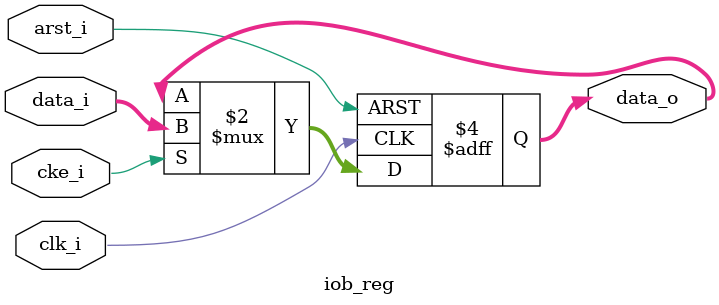
<source format=v>
`timescale 1ns / 1ps

module iob_reg #(
   parameter DATA_W  = 21,
   parameter RST_VAL = {DATA_W{1'b0}}
) (
   input [1-1:0] clk_i,
   input [1-1:0] cke_i,
   input [1-1:0] arst_i,

   input      [DATA_W-1:0] data_i,
   output reg [DATA_W-1:0] data_o
);

   always @(posedge clk_i, posedge arst_i) begin
      if (arst_i) begin
         data_o <= RST_VAL;
      end else if (cke_i) begin
         data_o <= data_i;
      end
   end

endmodule

</source>
